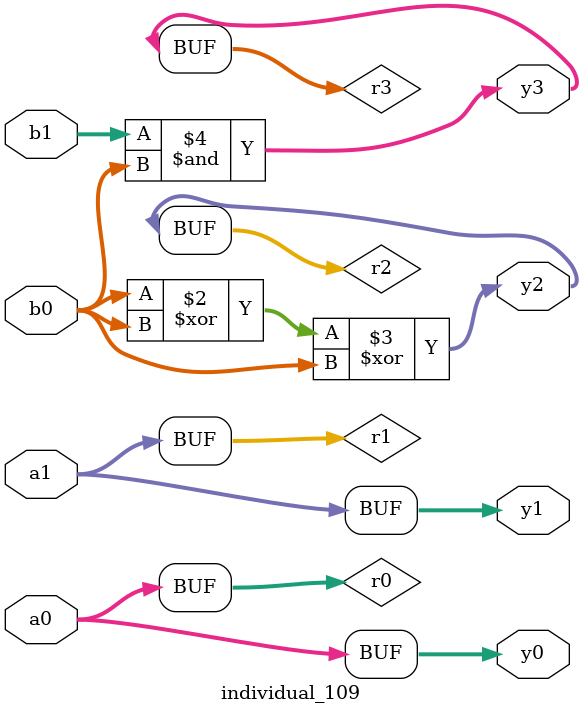
<source format=sv>
module individual_109(input logic [15:0] a1, input logic [15:0] a0, input logic [15:0] b1, input logic [15:0] b0, output logic [15:0] y3, output logic [15:0] y2, output logic [15:0] y1, output logic [15:0] y0);
logic [15:0] r0, r1, r2, r3; 
 always@(*) begin 
	 r0 = a0; r1 = a1; r2 = b0; r3 = b1; 
 	 r2  ^=  r2 ;
 	 r2  ^=  b0 ;
 	 r3  &=  b0 ;
 	 y3 = r3; y2 = r2; y1 = r1; y0 = r0; 
end
endmodule
</source>
